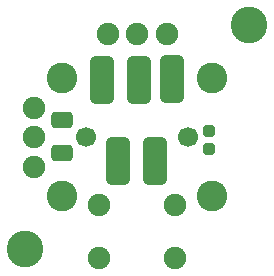
<source format=gbr>
%TF.GenerationSoftware,KiCad,Pcbnew,(6.0.9)*%
%TF.CreationDate,2023-01-27T23:50:43-09:00*%
%TF.ProjectId,HOTAS_Analog Stick Breakout,484f5441-535f-4416-9e61-6c6f67205374,rev?*%
%TF.SameCoordinates,Original*%
%TF.FileFunction,Soldermask,Top*%
%TF.FilePolarity,Negative*%
%FSLAX46Y46*%
G04 Gerber Fmt 4.6, Leading zero omitted, Abs format (unit mm)*
G04 Created by KiCad (PCBNEW (6.0.9)) date 2023-01-27 23:50:43*
%MOMM*%
%LPD*%
G01*
G04 APERTURE LIST*
G04 Aperture macros list*
%AMRoundRect*
0 Rectangle with rounded corners*
0 $1 Rounding radius*
0 $2 $3 $4 $5 $6 $7 $8 $9 X,Y pos of 4 corners*
0 Add a 4 corners polygon primitive as box body*
4,1,4,$2,$3,$4,$5,$6,$7,$8,$9,$2,$3,0*
0 Add four circle primitives for the rounded corners*
1,1,$1+$1,$2,$3*
1,1,$1+$1,$4,$5*
1,1,$1+$1,$6,$7*
1,1,$1+$1,$8,$9*
0 Add four rect primitives between the rounded corners*
20,1,$1+$1,$2,$3,$4,$5,0*
20,1,$1+$1,$4,$5,$6,$7,0*
20,1,$1+$1,$6,$7,$8,$9,0*
20,1,$1+$1,$8,$9,$2,$3,0*%
G04 Aperture macros list end*
%ADD10RoundRect,0.550000X-0.500000X-1.500000X0.500000X-1.500000X0.500000X1.500000X-0.500000X1.500000X0*%
%ADD11RoundRect,0.550000X0.500000X1.500000X-0.500000X1.500000X-0.500000X-1.500000X0.500000X-1.500000X0*%
%ADD12C,1.700000*%
%ADD13C,2.600000*%
%ADD14C,1.900000*%
%ADD15RoundRect,0.268750X-0.256250X0.218750X-0.256250X-0.218750X0.256250X-0.218750X0.256250X0.218750X0*%
%ADD16C,3.100000*%
%ADD17RoundRect,0.300000X-0.625000X0.375000X-0.625000X-0.375000X0.625000X-0.375000X0.625000X0.375000X0*%
G04 APERTURE END LIST*
D10*
%TO.C,J6*%
X107000000Y-80123200D03*
%TD*%
D11*
%TO.C,J5*%
X111498600Y-87000000D03*
%TD*%
%TO.C,J4*%
X108425200Y-87000000D03*
%TD*%
D10*
%TO.C,J3*%
X110127000Y-80148600D03*
%TD*%
%TO.C,J2*%
X113000000Y-80097800D03*
%TD*%
D12*
%TO.C,JOY1*%
X105700000Y-85000000D03*
X114300000Y-85000000D03*
D13*
X116325000Y-90000000D03*
X103675000Y-80000000D03*
X116325000Y-80000000D03*
X103675000Y-90000000D03*
D14*
X106750000Y-95250000D03*
X113250000Y-95250000D03*
X113250000Y-90750000D03*
X106750000Y-90750000D03*
X110000000Y-76270000D03*
X107500000Y-76270000D03*
X112500000Y-76270000D03*
X101270000Y-82500000D03*
X101270000Y-85000000D03*
X101270000Y-87500000D03*
%TD*%
D15*
%TO.C,R1*%
X116096000Y-86041500D03*
X116096000Y-84466500D03*
%TD*%
D16*
%TO.C,H2*%
X119500000Y-75500000D03*
%TD*%
%TO.C,H1*%
X100500000Y-94500000D03*
%TD*%
D17*
%TO.C,C1*%
X103650000Y-86323800D03*
X103650000Y-83523800D03*
%TD*%
M02*

</source>
